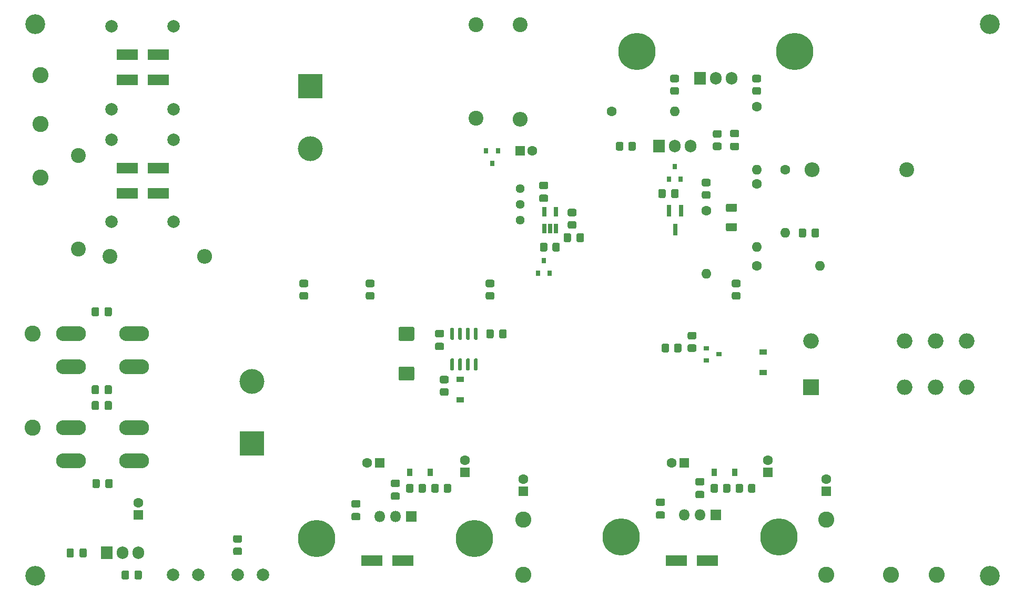
<source format=gbr>
G04 #@! TF.GenerationSoftware,KiCad,Pcbnew,(5.1.9-0-10_14)*
G04 #@! TF.CreationDate,2021-02-21T16:18:30+01:00*
G04 #@! TF.ProjectId,hv-power-supply-v1,68762d70-6f77-4657-922d-737570706c79,rev?*
G04 #@! TF.SameCoordinates,Original*
G04 #@! TF.FileFunction,Soldermask,Top*
G04 #@! TF.FilePolarity,Negative*
%FSLAX46Y46*%
G04 Gerber Fmt 4.6, Leading zero omitted, Abs format (unit mm)*
G04 Created by KiCad (PCBNEW (5.1.9-0-10_14)) date 2021-02-21 16:18:30*
%MOMM*%
%LPD*%
G01*
G04 APERTURE LIST*
%ADD10R,3.500000X1.800000*%
%ADD11O,2.400000X2.400000*%
%ADD12C,2.400000*%
%ADD13O,4.800600X2.400300*%
%ADD14R,0.900000X1.200000*%
%ADD15C,1.600000*%
%ADD16R,1.600000X1.600000*%
%ADD17C,2.000000*%
%ADD18O,1.600000X1.600000*%
%ADD19R,0.650000X1.560000*%
%ADD20O,1.905000X2.000000*%
%ADD21R,1.905000X2.000000*%
%ADD22R,0.800000X1.900000*%
%ADD23C,2.600000*%
%ADD24R,0.800000X0.900000*%
%ADD25C,1.440000*%
%ADD26O,2.500000X2.500000*%
%ADD27R,2.500000X2.500000*%
%ADD28R,1.200000X0.900000*%
%ADD29C,4.000000*%
%ADD30R,4.000000X4.000000*%
%ADD31C,5.999480*%
%ADD32R,1.800000X1.800000*%
%ADD33O,1.800000X1.800000*%
%ADD34R,0.900000X0.800000*%
%ADD35C,3.200000*%
G04 APERTURE END LIST*
D10*
X117775000Y-137056000D03*
X112775000Y-137056000D03*
X166797000Y-137056000D03*
X161797000Y-137056000D03*
D11*
X183604000Y-74064000D03*
D12*
X198844000Y-74064000D03*
D13*
X64351000Y-100480000D03*
X74511000Y-100480000D03*
X74511000Y-120927000D03*
X64351000Y-120927000D03*
X74511000Y-115593000D03*
X64351000Y-115593000D03*
X64351000Y-105814000D03*
X74511000Y-105814000D03*
D14*
X122136000Y-122832000D03*
X118836000Y-122832000D03*
D15*
X127724000Y-120832000D03*
D16*
X127724000Y-122832000D03*
D14*
X171156000Y-122832000D03*
X167856000Y-122832000D03*
D15*
X176492000Y-120832000D03*
D16*
X176492000Y-122832000D03*
D15*
X161030000Y-121308000D03*
D16*
X163030000Y-121308000D03*
G36*
G01*
X102266001Y-92952000D02*
X101365999Y-92952000D01*
G75*
G02*
X101116000Y-92702001I0J249999D01*
G01*
X101116000Y-92001999D01*
G75*
G02*
X101365999Y-91752000I249999J0D01*
G01*
X102266001Y-91752000D01*
G75*
G02*
X102516000Y-92001999I0J-249999D01*
G01*
X102516000Y-92702001D01*
G75*
G02*
X102266001Y-92952000I-249999J0D01*
G01*
G37*
G36*
G01*
X102266001Y-94952000D02*
X101365999Y-94952000D01*
G75*
G02*
X101116000Y-94702001I0J249999D01*
G01*
X101116000Y-94001999D01*
G75*
G02*
X101365999Y-93752000I249999J0D01*
G01*
X102266001Y-93752000D01*
G75*
G02*
X102516000Y-94001999I0J-249999D01*
G01*
X102516000Y-94702001D01*
G75*
G02*
X102266001Y-94952000I-249999J0D01*
G01*
G37*
D11*
X85814000Y-88034000D03*
D12*
X70574000Y-88034000D03*
D10*
X73368000Y-59586000D03*
X78368000Y-59586000D03*
X78368000Y-73810000D03*
X73368000Y-73810000D03*
X78368000Y-77874000D03*
X73368000Y-77874000D03*
X73368000Y-55522000D03*
X78368000Y-55522000D03*
D17*
X70828000Y-69238000D03*
X80828000Y-69238000D03*
X70828000Y-82446000D03*
X80828000Y-82446000D03*
X70828000Y-64285000D03*
X80828000Y-64285000D03*
X70828000Y-50950000D03*
X80828000Y-50950000D03*
G36*
G01*
X125842000Y-101455000D02*
X125542000Y-101455000D01*
G75*
G02*
X125392000Y-101305000I0J150000D01*
G01*
X125392000Y-99655000D01*
G75*
G02*
X125542000Y-99505000I150000J0D01*
G01*
X125842000Y-99505000D01*
G75*
G02*
X125992000Y-99655000I0J-150000D01*
G01*
X125992000Y-101305000D01*
G75*
G02*
X125842000Y-101455000I-150000J0D01*
G01*
G37*
G36*
G01*
X127112000Y-101455000D02*
X126812000Y-101455000D01*
G75*
G02*
X126662000Y-101305000I0J150000D01*
G01*
X126662000Y-99655000D01*
G75*
G02*
X126812000Y-99505000I150000J0D01*
G01*
X127112000Y-99505000D01*
G75*
G02*
X127262000Y-99655000I0J-150000D01*
G01*
X127262000Y-101305000D01*
G75*
G02*
X127112000Y-101455000I-150000J0D01*
G01*
G37*
G36*
G01*
X128382000Y-101455000D02*
X128082000Y-101455000D01*
G75*
G02*
X127932000Y-101305000I0J150000D01*
G01*
X127932000Y-99655000D01*
G75*
G02*
X128082000Y-99505000I150000J0D01*
G01*
X128382000Y-99505000D01*
G75*
G02*
X128532000Y-99655000I0J-150000D01*
G01*
X128532000Y-101305000D01*
G75*
G02*
X128382000Y-101455000I-150000J0D01*
G01*
G37*
G36*
G01*
X129652000Y-101455000D02*
X129352000Y-101455000D01*
G75*
G02*
X129202000Y-101305000I0J150000D01*
G01*
X129202000Y-99655000D01*
G75*
G02*
X129352000Y-99505000I150000J0D01*
G01*
X129652000Y-99505000D01*
G75*
G02*
X129802000Y-99655000I0J-150000D01*
G01*
X129802000Y-101305000D01*
G75*
G02*
X129652000Y-101455000I-150000J0D01*
G01*
G37*
G36*
G01*
X129652000Y-106405000D02*
X129352000Y-106405000D01*
G75*
G02*
X129202000Y-106255000I0J150000D01*
G01*
X129202000Y-104605000D01*
G75*
G02*
X129352000Y-104455000I150000J0D01*
G01*
X129652000Y-104455000D01*
G75*
G02*
X129802000Y-104605000I0J-150000D01*
G01*
X129802000Y-106255000D01*
G75*
G02*
X129652000Y-106405000I-150000J0D01*
G01*
G37*
G36*
G01*
X128382000Y-106405000D02*
X128082000Y-106405000D01*
G75*
G02*
X127932000Y-106255000I0J150000D01*
G01*
X127932000Y-104605000D01*
G75*
G02*
X128082000Y-104455000I150000J0D01*
G01*
X128382000Y-104455000D01*
G75*
G02*
X128532000Y-104605000I0J-150000D01*
G01*
X128532000Y-106255000D01*
G75*
G02*
X128382000Y-106405000I-150000J0D01*
G01*
G37*
G36*
G01*
X127112000Y-106405000D02*
X126812000Y-106405000D01*
G75*
G02*
X126662000Y-106255000I0J150000D01*
G01*
X126662000Y-104605000D01*
G75*
G02*
X126812000Y-104455000I150000J0D01*
G01*
X127112000Y-104455000D01*
G75*
G02*
X127262000Y-104605000I0J-150000D01*
G01*
X127262000Y-106255000D01*
G75*
G02*
X127112000Y-106405000I-150000J0D01*
G01*
G37*
G36*
G01*
X125842000Y-106405000D02*
X125542000Y-106405000D01*
G75*
G02*
X125392000Y-106255000I0J150000D01*
G01*
X125392000Y-104605000D01*
G75*
G02*
X125542000Y-104455000I150000J0D01*
G01*
X125842000Y-104455000D01*
G75*
G02*
X125992000Y-104605000I0J-150000D01*
G01*
X125992000Y-106255000D01*
G75*
G02*
X125842000Y-106405000I-150000J0D01*
G01*
G37*
G36*
G01*
X161956001Y-59932000D02*
X161055999Y-59932000D01*
G75*
G02*
X160806000Y-59682001I0J249999D01*
G01*
X160806000Y-58981999D01*
G75*
G02*
X161055999Y-58732000I249999J0D01*
G01*
X161956001Y-58732000D01*
G75*
G02*
X162206000Y-58981999I0J-249999D01*
G01*
X162206000Y-59682001D01*
G75*
G02*
X161956001Y-59932000I-249999J0D01*
G01*
G37*
G36*
G01*
X161956001Y-61932000D02*
X161055999Y-61932000D01*
G75*
G02*
X160806000Y-61682001I0J249999D01*
G01*
X160806000Y-60981999D01*
G75*
G02*
X161055999Y-60732000I249999J0D01*
G01*
X161956001Y-60732000D01*
G75*
G02*
X162206000Y-60981999I0J-249999D01*
G01*
X162206000Y-61682001D01*
G75*
G02*
X161956001Y-61932000I-249999J0D01*
G01*
G37*
D18*
X166586000Y-90828000D03*
D15*
X166586000Y-80668000D03*
D18*
X161506000Y-64666000D03*
D15*
X151346000Y-64666000D03*
D18*
X174714000Y-74064000D03*
D15*
X174714000Y-63904000D03*
G36*
G01*
X174263999Y-60732000D02*
X175164001Y-60732000D01*
G75*
G02*
X175414000Y-60981999I0J-249999D01*
G01*
X175414000Y-61682001D01*
G75*
G02*
X175164001Y-61932000I-249999J0D01*
G01*
X174263999Y-61932000D01*
G75*
G02*
X174014000Y-61682001I0J249999D01*
G01*
X174014000Y-60981999D01*
G75*
G02*
X174263999Y-60732000I249999J0D01*
G01*
G37*
G36*
G01*
X174263999Y-58732000D02*
X175164001Y-58732000D01*
G75*
G02*
X175414000Y-58981999I0J-249999D01*
G01*
X175414000Y-59682001D01*
G75*
G02*
X175164001Y-59932000I-249999J0D01*
G01*
X174263999Y-59932000D01*
G75*
G02*
X174014000Y-59682001I0J249999D01*
G01*
X174014000Y-58981999D01*
G75*
G02*
X174263999Y-58732000I249999J0D01*
G01*
G37*
G36*
G01*
X169999997Y-82622500D02*
X171300003Y-82622500D01*
G75*
G02*
X171550000Y-82872497I0J-249997D01*
G01*
X171550000Y-83697503D01*
G75*
G02*
X171300003Y-83947500I-249997J0D01*
G01*
X169999997Y-83947500D01*
G75*
G02*
X169750000Y-83697503I0J249997D01*
G01*
X169750000Y-82872497D01*
G75*
G02*
X169999997Y-82622500I249997J0D01*
G01*
G37*
G36*
G01*
X169999997Y-79497500D02*
X171300003Y-79497500D01*
G75*
G02*
X171550000Y-79747497I0J-249997D01*
G01*
X171550000Y-80572503D01*
G75*
G02*
X171300003Y-80822500I-249997J0D01*
G01*
X169999997Y-80822500D01*
G75*
G02*
X169750000Y-80572503I0J249997D01*
G01*
X169750000Y-79747497D01*
G75*
G02*
X169999997Y-79497500I249997J0D01*
G01*
G37*
G36*
G01*
X183567500Y-84699000D02*
X183567500Y-83749000D01*
G75*
G02*
X183817500Y-83499000I250000J0D01*
G01*
X184492500Y-83499000D01*
G75*
G02*
X184742500Y-83749000I0J-250000D01*
G01*
X184742500Y-84699000D01*
G75*
G02*
X184492500Y-84949000I-250000J0D01*
G01*
X183817500Y-84949000D01*
G75*
G02*
X183567500Y-84699000I0J250000D01*
G01*
G37*
G36*
G01*
X181492500Y-84699000D02*
X181492500Y-83749000D01*
G75*
G02*
X181742500Y-83499000I250000J0D01*
G01*
X182417500Y-83499000D01*
G75*
G02*
X182667500Y-83749000I0J-250000D01*
G01*
X182667500Y-84699000D01*
G75*
G02*
X182417500Y-84949000I-250000J0D01*
G01*
X181742500Y-84949000D01*
G75*
G02*
X181492500Y-84699000I0J250000D01*
G01*
G37*
D19*
X140490000Y-80842000D03*
X142390000Y-80842000D03*
X142390000Y-83542000D03*
X141440000Y-83542000D03*
X140490000Y-83542000D03*
D20*
X170650000Y-59332000D03*
X168110000Y-59332000D03*
D21*
X165570000Y-59332000D03*
D22*
X161572000Y-83668000D03*
X160622000Y-80668000D03*
X162522000Y-80668000D03*
D20*
X164046000Y-70254000D03*
X161506000Y-70254000D03*
D21*
X158966000Y-70254000D03*
G36*
G01*
X171862001Y-92952000D02*
X170961999Y-92952000D01*
G75*
G02*
X170712000Y-92702001I0J249999D01*
G01*
X170712000Y-92001999D01*
G75*
G02*
X170961999Y-91752000I249999J0D01*
G01*
X171862001Y-91752000D01*
G75*
G02*
X172112000Y-92001999I0J-249999D01*
G01*
X172112000Y-92702001D01*
G75*
G02*
X171862001Y-92952000I-249999J0D01*
G01*
G37*
G36*
G01*
X171862001Y-94952000D02*
X170961999Y-94952000D01*
G75*
G02*
X170712000Y-94702001I0J249999D01*
G01*
X170712000Y-94001999D01*
G75*
G02*
X170961999Y-93752000I249999J0D01*
G01*
X171862001Y-93752000D01*
G75*
G02*
X172112000Y-94001999I0J-249999D01*
G01*
X172112000Y-94702001D01*
G75*
G02*
X171862001Y-94952000I-249999J0D01*
G01*
G37*
G36*
G01*
X132238001Y-92952000D02*
X131337999Y-92952000D01*
G75*
G02*
X131088000Y-92702001I0J249999D01*
G01*
X131088000Y-92001999D01*
G75*
G02*
X131337999Y-91752000I249999J0D01*
G01*
X132238001Y-91752000D01*
G75*
G02*
X132488000Y-92001999I0J-249999D01*
G01*
X132488000Y-92702001D01*
G75*
G02*
X132238001Y-92952000I-249999J0D01*
G01*
G37*
G36*
G01*
X132238001Y-94952000D02*
X131337999Y-94952000D01*
G75*
G02*
X131088000Y-94702001I0J249999D01*
G01*
X131088000Y-94001999D01*
G75*
G02*
X131337999Y-93752000I249999J0D01*
G01*
X132238001Y-93752000D01*
G75*
G02*
X132488000Y-94001999I0J-249999D01*
G01*
X132488000Y-94702001D01*
G75*
G02*
X132238001Y-94952000I-249999J0D01*
G01*
G37*
G36*
G01*
X112934001Y-92952000D02*
X112033999Y-92952000D01*
G75*
G02*
X111784000Y-92702001I0J249999D01*
G01*
X111784000Y-92001999D01*
G75*
G02*
X112033999Y-91752000I249999J0D01*
G01*
X112934001Y-91752000D01*
G75*
G02*
X113184000Y-92001999I0J-249999D01*
G01*
X113184000Y-92702001D01*
G75*
G02*
X112934001Y-92952000I-249999J0D01*
G01*
G37*
G36*
G01*
X112934001Y-94952000D02*
X112033999Y-94952000D01*
G75*
G02*
X111784000Y-94702001I0J249999D01*
G01*
X111784000Y-94001999D01*
G75*
G02*
X112033999Y-93752000I249999J0D01*
G01*
X112934001Y-93752000D01*
G75*
G02*
X113184000Y-94001999I0J-249999D01*
G01*
X113184000Y-94702001D01*
G75*
G02*
X112934001Y-94952000I-249999J0D01*
G01*
G37*
G36*
G01*
X166135999Y-77496000D02*
X167036001Y-77496000D01*
G75*
G02*
X167286000Y-77745999I0J-249999D01*
G01*
X167286000Y-78446001D01*
G75*
G02*
X167036001Y-78696000I-249999J0D01*
G01*
X166135999Y-78696000D01*
G75*
G02*
X165886000Y-78446001I0J249999D01*
G01*
X165886000Y-77745999D01*
G75*
G02*
X166135999Y-77496000I249999J0D01*
G01*
G37*
G36*
G01*
X166135999Y-75496000D02*
X167036001Y-75496000D01*
G75*
G02*
X167286000Y-75745999I0J-249999D01*
G01*
X167286000Y-76446001D01*
G75*
G02*
X167036001Y-76696000I-249999J0D01*
G01*
X166135999Y-76696000D01*
G75*
G02*
X165886000Y-76446001I0J249999D01*
G01*
X165886000Y-75745999D01*
G75*
G02*
X166135999Y-75496000I249999J0D01*
G01*
G37*
G36*
G01*
X169288000Y-125822001D02*
X169288000Y-124921999D01*
G75*
G02*
X169537999Y-124672000I249999J0D01*
G01*
X170238001Y-124672000D01*
G75*
G02*
X170488000Y-124921999I0J-249999D01*
G01*
X170488000Y-125822001D01*
G75*
G02*
X170238001Y-126072000I-249999J0D01*
G01*
X169537999Y-126072000D01*
G75*
G02*
X169288000Y-125822001I0J249999D01*
G01*
G37*
G36*
G01*
X167288000Y-125822001D02*
X167288000Y-124921999D01*
G75*
G02*
X167537999Y-124672000I249999J0D01*
G01*
X168238001Y-124672000D01*
G75*
G02*
X168488000Y-124921999I0J-249999D01*
G01*
X168488000Y-125822001D01*
G75*
G02*
X168238001Y-126072000I-249999J0D01*
G01*
X167537999Y-126072000D01*
G75*
G02*
X167288000Y-125822001I0J249999D01*
G01*
G37*
G36*
G01*
X120266000Y-125822001D02*
X120266000Y-124921999D01*
G75*
G02*
X120515999Y-124672000I249999J0D01*
G01*
X121216001Y-124672000D01*
G75*
G02*
X121466000Y-124921999I0J-249999D01*
G01*
X121466000Y-125822001D01*
G75*
G02*
X121216001Y-126072000I-249999J0D01*
G01*
X120515999Y-126072000D01*
G75*
G02*
X120266000Y-125822001I0J249999D01*
G01*
G37*
G36*
G01*
X118266000Y-125822001D02*
X118266000Y-124921999D01*
G75*
G02*
X118515999Y-124672000I249999J0D01*
G01*
X119216001Y-124672000D01*
G75*
G02*
X119466000Y-124921999I0J-249999D01*
G01*
X119466000Y-125822001D01*
G75*
G02*
X119216001Y-126072000I-249999J0D01*
G01*
X118515999Y-126072000D01*
G75*
G02*
X118266000Y-125822001I0J249999D01*
G01*
G37*
G36*
G01*
X124330000Y-125822001D02*
X124330000Y-124921999D01*
G75*
G02*
X124579999Y-124672000I249999J0D01*
G01*
X125280001Y-124672000D01*
G75*
G02*
X125530000Y-124921999I0J-249999D01*
G01*
X125530000Y-125822001D01*
G75*
G02*
X125280001Y-126072000I-249999J0D01*
G01*
X124579999Y-126072000D01*
G75*
G02*
X124330000Y-125822001I0J249999D01*
G01*
G37*
G36*
G01*
X122330000Y-125822001D02*
X122330000Y-124921999D01*
G75*
G02*
X122579999Y-124672000I249999J0D01*
G01*
X123280001Y-124672000D01*
G75*
G02*
X123530000Y-124921999I0J-249999D01*
G01*
X123530000Y-125822001D01*
G75*
G02*
X123280001Y-126072000I-249999J0D01*
G01*
X122579999Y-126072000D01*
G75*
G02*
X122330000Y-125822001I0J249999D01*
G01*
G37*
G36*
G01*
X173320000Y-125822001D02*
X173320000Y-124921999D01*
G75*
G02*
X173569999Y-124672000I249999J0D01*
G01*
X174270001Y-124672000D01*
G75*
G02*
X174520000Y-124921999I0J-249999D01*
G01*
X174520000Y-125822001D01*
G75*
G02*
X174270001Y-126072000I-249999J0D01*
G01*
X173569999Y-126072000D01*
G75*
G02*
X173320000Y-125822001I0J249999D01*
G01*
G37*
G36*
G01*
X171320000Y-125822001D02*
X171320000Y-124921999D01*
G75*
G02*
X171569999Y-124672000I249999J0D01*
G01*
X172270001Y-124672000D01*
G75*
G02*
X172520000Y-124921999I0J-249999D01*
G01*
X172520000Y-125822001D01*
G75*
G02*
X172270001Y-126072000I-249999J0D01*
G01*
X171569999Y-126072000D01*
G75*
G02*
X171320000Y-125822001I0J249999D01*
G01*
G37*
G36*
G01*
X90697999Y-134916000D02*
X91598001Y-134916000D01*
G75*
G02*
X91848000Y-135165999I0J-249999D01*
G01*
X91848000Y-135866001D01*
G75*
G02*
X91598001Y-136116000I-249999J0D01*
G01*
X90697999Y-136116000D01*
G75*
G02*
X90448000Y-135866001I0J249999D01*
G01*
X90448000Y-135165999D01*
G75*
G02*
X90697999Y-134916000I249999J0D01*
G01*
G37*
G36*
G01*
X90697999Y-132916000D02*
X91598001Y-132916000D01*
G75*
G02*
X91848000Y-133165999I0J-249999D01*
G01*
X91848000Y-133866001D01*
G75*
G02*
X91598001Y-134116000I-249999J0D01*
G01*
X90697999Y-134116000D01*
G75*
G02*
X90448000Y-133866001I0J249999D01*
G01*
X90448000Y-133165999D01*
G75*
G02*
X90697999Y-132916000I249999J0D01*
G01*
G37*
G36*
G01*
X164750001Y-101366000D02*
X163849999Y-101366000D01*
G75*
G02*
X163600000Y-101116001I0J249999D01*
G01*
X163600000Y-100415999D01*
G75*
G02*
X163849999Y-100166000I249999J0D01*
G01*
X164750001Y-100166000D01*
G75*
G02*
X165000000Y-100415999I0J-249999D01*
G01*
X165000000Y-101116001D01*
G75*
G02*
X164750001Y-101366000I-249999J0D01*
G01*
G37*
G36*
G01*
X164750001Y-103366000D02*
X163849999Y-103366000D01*
G75*
G02*
X163600000Y-103116001I0J249999D01*
G01*
X163600000Y-102415999D01*
G75*
G02*
X163849999Y-102166000I249999J0D01*
G01*
X164750001Y-102166000D01*
G75*
G02*
X165000000Y-102415999I0J-249999D01*
G01*
X165000000Y-103116001D01*
G75*
G02*
X164750001Y-103366000I-249999J0D01*
G01*
G37*
G36*
G01*
X161414000Y-103216001D02*
X161414000Y-102315999D01*
G75*
G02*
X161663999Y-102066000I249999J0D01*
G01*
X162364001Y-102066000D01*
G75*
G02*
X162614000Y-102315999I0J-249999D01*
G01*
X162614000Y-103216001D01*
G75*
G02*
X162364001Y-103466000I-249999J0D01*
G01*
X161663999Y-103466000D01*
G75*
G02*
X161414000Y-103216001I0J249999D01*
G01*
G37*
G36*
G01*
X159414000Y-103216001D02*
X159414000Y-102315999D01*
G75*
G02*
X159663999Y-102066000I249999J0D01*
G01*
X160364001Y-102066000D01*
G75*
G02*
X160614000Y-102315999I0J-249999D01*
G01*
X160614000Y-103216001D01*
G75*
G02*
X160364001Y-103466000I-249999J0D01*
G01*
X159663999Y-103466000D01*
G75*
G02*
X159414000Y-103216001I0J249999D01*
G01*
G37*
G36*
G01*
X123971999Y-109246000D02*
X124872001Y-109246000D01*
G75*
G02*
X125122000Y-109495999I0J-249999D01*
G01*
X125122000Y-110196001D01*
G75*
G02*
X124872001Y-110446000I-249999J0D01*
G01*
X123971999Y-110446000D01*
G75*
G02*
X123722000Y-110196001I0J249999D01*
G01*
X123722000Y-109495999D01*
G75*
G02*
X123971999Y-109246000I249999J0D01*
G01*
G37*
G36*
G01*
X123971999Y-107246000D02*
X124872001Y-107246000D01*
G75*
G02*
X125122000Y-107495999I0J-249999D01*
G01*
X125122000Y-108196001D01*
G75*
G02*
X124872001Y-108446000I-249999J0D01*
G01*
X123971999Y-108446000D01*
G75*
G02*
X123722000Y-108196001I0J249999D01*
G01*
X123722000Y-107495999D01*
G75*
G02*
X123971999Y-107246000I249999J0D01*
G01*
G37*
G36*
G01*
X166045000Y-124900500D02*
X165095000Y-124900500D01*
G75*
G02*
X164845000Y-124650500I0J250000D01*
G01*
X164845000Y-123975500D01*
G75*
G02*
X165095000Y-123725500I250000J0D01*
G01*
X166045000Y-123725500D01*
G75*
G02*
X166295000Y-123975500I0J-250000D01*
G01*
X166295000Y-124650500D01*
G75*
G02*
X166045000Y-124900500I-250000J0D01*
G01*
G37*
G36*
G01*
X166045000Y-126975500D02*
X165095000Y-126975500D01*
G75*
G02*
X164845000Y-126725500I0J250000D01*
G01*
X164845000Y-126050500D01*
G75*
G02*
X165095000Y-125800500I250000J0D01*
G01*
X166045000Y-125800500D01*
G75*
G02*
X166295000Y-126050500I0J-250000D01*
G01*
X166295000Y-126725500D01*
G75*
G02*
X166045000Y-126975500I-250000J0D01*
G01*
G37*
G36*
G01*
X117023000Y-125154500D02*
X116073000Y-125154500D01*
G75*
G02*
X115823000Y-124904500I0J250000D01*
G01*
X115823000Y-124229500D01*
G75*
G02*
X116073000Y-123979500I250000J0D01*
G01*
X117023000Y-123979500D01*
G75*
G02*
X117273000Y-124229500I0J-250000D01*
G01*
X117273000Y-124904500D01*
G75*
G02*
X117023000Y-125154500I-250000J0D01*
G01*
G37*
G36*
G01*
X117023000Y-127229500D02*
X116073000Y-127229500D01*
G75*
G02*
X115823000Y-126979500I0J250000D01*
G01*
X115823000Y-126304500D01*
G75*
G02*
X116073000Y-126054500I250000J0D01*
G01*
X117023000Y-126054500D01*
G75*
G02*
X117273000Y-126304500I0J-250000D01*
G01*
X117273000Y-126979500D01*
G75*
G02*
X117023000Y-127229500I-250000J0D01*
G01*
G37*
G36*
G01*
X159695000Y-128202500D02*
X158745000Y-128202500D01*
G75*
G02*
X158495000Y-127952500I0J250000D01*
G01*
X158495000Y-127277500D01*
G75*
G02*
X158745000Y-127027500I250000J0D01*
G01*
X159695000Y-127027500D01*
G75*
G02*
X159945000Y-127277500I0J-250000D01*
G01*
X159945000Y-127952500D01*
G75*
G02*
X159695000Y-128202500I-250000J0D01*
G01*
G37*
G36*
G01*
X159695000Y-130277500D02*
X158745000Y-130277500D01*
G75*
G02*
X158495000Y-130027500I0J250000D01*
G01*
X158495000Y-129352500D01*
G75*
G02*
X158745000Y-129102500I250000J0D01*
G01*
X159695000Y-129102500D01*
G75*
G02*
X159945000Y-129352500I0J-250000D01*
G01*
X159945000Y-130027500D01*
G75*
G02*
X159695000Y-130277500I-250000J0D01*
G01*
G37*
G36*
G01*
X110673000Y-128456500D02*
X109723000Y-128456500D01*
G75*
G02*
X109473000Y-128206500I0J250000D01*
G01*
X109473000Y-127531500D01*
G75*
G02*
X109723000Y-127281500I250000J0D01*
G01*
X110673000Y-127281500D01*
G75*
G02*
X110923000Y-127531500I0J-250000D01*
G01*
X110923000Y-128206500D01*
G75*
G02*
X110673000Y-128456500I-250000J0D01*
G01*
G37*
G36*
G01*
X110673000Y-130531500D02*
X109723000Y-130531500D01*
G75*
G02*
X109473000Y-130281500I0J250000D01*
G01*
X109473000Y-129606500D01*
G75*
G02*
X109723000Y-129356500I250000J0D01*
G01*
X110673000Y-129356500D01*
G75*
G02*
X110923000Y-129606500I0J-250000D01*
G01*
X110923000Y-130281500D01*
G75*
G02*
X110673000Y-130531500I-250000J0D01*
G01*
G37*
G36*
G01*
X123185000Y-101924500D02*
X124135000Y-101924500D01*
G75*
G02*
X124385000Y-102174500I0J-250000D01*
G01*
X124385000Y-102849500D01*
G75*
G02*
X124135000Y-103099500I-250000J0D01*
G01*
X123185000Y-103099500D01*
G75*
G02*
X122935000Y-102849500I0J250000D01*
G01*
X122935000Y-102174500D01*
G75*
G02*
X123185000Y-101924500I250000J0D01*
G01*
G37*
G36*
G01*
X123185000Y-99849500D02*
X124135000Y-99849500D01*
G75*
G02*
X124385000Y-100099500I0J-250000D01*
G01*
X124385000Y-100774500D01*
G75*
G02*
X124135000Y-101024500I-250000J0D01*
G01*
X123185000Y-101024500D01*
G75*
G02*
X122935000Y-100774500I0J250000D01*
G01*
X122935000Y-100099500D01*
G75*
G02*
X123185000Y-99849500I250000J0D01*
G01*
G37*
G36*
G01*
X133275500Y-100955000D02*
X133275500Y-100005000D01*
G75*
G02*
X133525500Y-99755000I250000J0D01*
G01*
X134200500Y-99755000D01*
G75*
G02*
X134450500Y-100005000I0J-250000D01*
G01*
X134450500Y-100955000D01*
G75*
G02*
X134200500Y-101205000I-250000J0D01*
G01*
X133525500Y-101205000D01*
G75*
G02*
X133275500Y-100955000I0J250000D01*
G01*
G37*
G36*
G01*
X131200500Y-100955000D02*
X131200500Y-100005000D01*
G75*
G02*
X131450500Y-99755000I250000J0D01*
G01*
X132125500Y-99755000D01*
G75*
G02*
X132375500Y-100005000I0J-250000D01*
G01*
X132375500Y-100955000D01*
G75*
G02*
X132125500Y-101205000I-250000J0D01*
G01*
X131450500Y-101205000D01*
G75*
G02*
X131200500Y-100955000I0J250000D01*
G01*
G37*
G36*
G01*
X73658500Y-138867000D02*
X73658500Y-139817000D01*
G75*
G02*
X73408500Y-140067000I-250000J0D01*
G01*
X72733500Y-140067000D01*
G75*
G02*
X72483500Y-139817000I0J250000D01*
G01*
X72483500Y-138867000D01*
G75*
G02*
X72733500Y-138617000I250000J0D01*
G01*
X73408500Y-138617000D01*
G75*
G02*
X73658500Y-138867000I0J-250000D01*
G01*
G37*
G36*
G01*
X75733500Y-138867000D02*
X75733500Y-139817000D01*
G75*
G02*
X75483500Y-140067000I-250000J0D01*
G01*
X74808500Y-140067000D01*
G75*
G02*
X74558500Y-139817000I0J250000D01*
G01*
X74558500Y-138867000D01*
G75*
G02*
X74808500Y-138617000I250000J0D01*
G01*
X75483500Y-138617000D01*
G75*
G02*
X75733500Y-138867000I0J-250000D01*
G01*
G37*
G36*
G01*
X64790000Y-135311000D02*
X64790000Y-136261000D01*
G75*
G02*
X64540000Y-136511000I-250000J0D01*
G01*
X63865000Y-136511000D01*
G75*
G02*
X63615000Y-136261000I0J250000D01*
G01*
X63615000Y-135311000D01*
G75*
G02*
X63865000Y-135061000I250000J0D01*
G01*
X64540000Y-135061000D01*
G75*
G02*
X64790000Y-135311000I0J-250000D01*
G01*
G37*
G36*
G01*
X66865000Y-135311000D02*
X66865000Y-136261000D01*
G75*
G02*
X66615000Y-136511000I-250000J0D01*
G01*
X65940000Y-136511000D01*
G75*
G02*
X65690000Y-136261000I0J250000D01*
G01*
X65690000Y-135311000D01*
G75*
G02*
X65940000Y-135061000I250000J0D01*
G01*
X66615000Y-135061000D01*
G75*
G02*
X66865000Y-135311000I0J-250000D01*
G01*
G37*
D20*
X75146000Y-135786000D03*
X72606000Y-135786000D03*
D21*
X70066000Y-135786000D03*
D23*
X137122000Y-139342000D03*
X137122000Y-130452000D03*
X185890000Y-139342000D03*
X185890000Y-130452000D03*
X58128000Y-100480000D03*
X58128000Y-115593000D03*
X59398000Y-75334000D03*
X59398000Y-66698000D03*
X59398000Y-58824000D03*
D15*
X137122000Y-123880000D03*
D16*
X137122000Y-125880000D03*
D15*
X185890000Y-123880000D03*
D16*
X185890000Y-125880000D03*
D15*
X112008000Y-121308000D03*
D16*
X114008000Y-121308000D03*
G36*
G01*
X117300999Y-105755000D02*
X119351001Y-105755000D01*
G75*
G02*
X119601000Y-106004999I0J-249999D01*
G01*
X119601000Y-107755001D01*
G75*
G02*
X119351001Y-108005000I-249999J0D01*
G01*
X117300999Y-108005000D01*
G75*
G02*
X117051000Y-107755001I0J249999D01*
G01*
X117051000Y-106004999D01*
G75*
G02*
X117300999Y-105755000I249999J0D01*
G01*
G37*
G36*
G01*
X117300999Y-99355000D02*
X119351001Y-99355000D01*
G75*
G02*
X119601000Y-99604999I0J-249999D01*
G01*
X119601000Y-101355001D01*
G75*
G02*
X119351001Y-101605000I-249999J0D01*
G01*
X117300999Y-101605000D01*
G75*
G02*
X117051000Y-101355001I0J249999D01*
G01*
X117051000Y-99604999D01*
G75*
G02*
X117300999Y-99355000I249999J0D01*
G01*
G37*
D15*
X75146000Y-127690000D03*
D16*
X75146000Y-129690000D03*
D24*
X132108000Y-73016000D03*
X131158000Y-71016000D03*
X133058000Y-71016000D03*
D25*
X136614000Y-82192000D03*
X136614000Y-79652000D03*
X136614000Y-77112000D03*
D26*
X183496000Y-101616000D03*
X198496000Y-101616000D03*
X203496000Y-101616000D03*
X208496000Y-101616000D03*
X208496000Y-109116000D03*
X203496000Y-109116000D03*
X198496000Y-109116000D03*
D27*
X183496000Y-109116000D03*
D18*
X179286000Y-84224000D03*
D15*
X179286000Y-74064000D03*
G36*
G01*
X167913999Y-69654000D02*
X168814001Y-69654000D01*
G75*
G02*
X169064000Y-69903999I0J-249999D01*
G01*
X169064000Y-70604001D01*
G75*
G02*
X168814001Y-70854000I-249999J0D01*
G01*
X167913999Y-70854000D01*
G75*
G02*
X167664000Y-70604001I0J249999D01*
G01*
X167664000Y-69903999D01*
G75*
G02*
X167913999Y-69654000I249999J0D01*
G01*
G37*
G36*
G01*
X167913999Y-67654000D02*
X168814001Y-67654000D01*
G75*
G02*
X169064000Y-67903999I0J-249999D01*
G01*
X169064000Y-68604001D01*
G75*
G02*
X168814001Y-68854000I-249999J0D01*
G01*
X167913999Y-68854000D01*
G75*
G02*
X167664000Y-68604001I0J249999D01*
G01*
X167664000Y-67903999D01*
G75*
G02*
X167913999Y-67654000I249999J0D01*
G01*
G37*
G36*
G01*
X141024000Y-86059999D02*
X141024000Y-86960001D01*
G75*
G02*
X140774001Y-87210000I-249999J0D01*
G01*
X140073999Y-87210000D01*
G75*
G02*
X139824000Y-86960001I0J249999D01*
G01*
X139824000Y-86059999D01*
G75*
G02*
X140073999Y-85810000I249999J0D01*
G01*
X140774001Y-85810000D01*
G75*
G02*
X141024000Y-86059999I0J-249999D01*
G01*
G37*
G36*
G01*
X143024000Y-86059999D02*
X143024000Y-86960001D01*
G75*
G02*
X142774001Y-87210000I-249999J0D01*
G01*
X142073999Y-87210000D01*
G75*
G02*
X141824000Y-86960001I0J249999D01*
G01*
X141824000Y-86059999D01*
G75*
G02*
X142073999Y-85810000I249999J0D01*
G01*
X142774001Y-85810000D01*
G75*
G02*
X143024000Y-86059999I0J-249999D01*
G01*
G37*
G36*
G01*
X153248000Y-69803999D02*
X153248000Y-70704001D01*
G75*
G02*
X152998001Y-70954000I-249999J0D01*
G01*
X152297999Y-70954000D01*
G75*
G02*
X152048000Y-70704001I0J249999D01*
G01*
X152048000Y-69803999D01*
G75*
G02*
X152297999Y-69554000I249999J0D01*
G01*
X152998001Y-69554000D01*
G75*
G02*
X153248000Y-69803999I0J-249999D01*
G01*
G37*
G36*
G01*
X155248000Y-69803999D02*
X155248000Y-70704001D01*
G75*
G02*
X154998001Y-70954000I-249999J0D01*
G01*
X154297999Y-70954000D01*
G75*
G02*
X154048000Y-70704001I0J249999D01*
G01*
X154048000Y-69803999D01*
G75*
G02*
X154297999Y-69554000I249999J0D01*
G01*
X154998001Y-69554000D01*
G75*
G02*
X155248000Y-69803999I0J-249999D01*
G01*
G37*
G36*
G01*
X145446001Y-81522000D02*
X144545999Y-81522000D01*
G75*
G02*
X144296000Y-81272001I0J249999D01*
G01*
X144296000Y-80571999D01*
G75*
G02*
X144545999Y-80322000I249999J0D01*
G01*
X145446001Y-80322000D01*
G75*
G02*
X145696000Y-80571999I0J-249999D01*
G01*
X145696000Y-81272001D01*
G75*
G02*
X145446001Y-81522000I-249999J0D01*
G01*
G37*
G36*
G01*
X145446001Y-83522000D02*
X144545999Y-83522000D01*
G75*
G02*
X144296000Y-83272001I0J249999D01*
G01*
X144296000Y-82571999D01*
G75*
G02*
X144545999Y-82322000I249999J0D01*
G01*
X145446001Y-82322000D01*
G75*
G02*
X145696000Y-82571999I0J-249999D01*
G01*
X145696000Y-83272001D01*
G75*
G02*
X145446001Y-83522000I-249999J0D01*
G01*
G37*
D11*
X136614000Y-65936000D03*
D12*
X136614000Y-50696000D03*
D18*
X184874000Y-89558000D03*
D15*
X174714000Y-89558000D03*
D18*
X174714000Y-86510000D03*
D15*
X174714000Y-76350000D03*
D17*
X84798000Y-139342000D03*
X80734000Y-139342000D03*
X95212000Y-139342000D03*
X91148000Y-139342000D03*
D23*
X196304000Y-139342000D03*
X203670000Y-139342000D03*
D28*
X175730000Y-103402000D03*
X175730000Y-106702000D03*
D24*
X161506000Y-73556000D03*
X162456000Y-75556000D03*
X160556000Y-75556000D03*
X140424000Y-88669000D03*
X141374000Y-90669000D03*
X139474000Y-90669000D03*
D28*
X126962000Y-111146000D03*
X126962000Y-107846000D03*
D29*
X93434000Y-108133000D03*
D30*
X93434000Y-118133000D03*
G36*
G01*
X68959500Y-124135000D02*
X68959500Y-125085000D01*
G75*
G02*
X68709500Y-125335000I-250000J0D01*
G01*
X68034500Y-125335000D01*
G75*
G02*
X67784500Y-125085000I0J250000D01*
G01*
X67784500Y-124135000D01*
G75*
G02*
X68034500Y-123885000I250000J0D01*
G01*
X68709500Y-123885000D01*
G75*
G02*
X68959500Y-124135000I0J-250000D01*
G01*
G37*
G36*
G01*
X71034500Y-124135000D02*
X71034500Y-125085000D01*
G75*
G02*
X70784500Y-125335000I-250000J0D01*
G01*
X70109500Y-125335000D01*
G75*
G02*
X69859500Y-125085000I0J250000D01*
G01*
X69859500Y-124135000D01*
G75*
G02*
X70109500Y-123885000I250000J0D01*
G01*
X70784500Y-123885000D01*
G75*
G02*
X71034500Y-124135000I0J-250000D01*
G01*
G37*
G36*
G01*
X69732500Y-112512000D02*
X69732500Y-111562000D01*
G75*
G02*
X69982500Y-111312000I250000J0D01*
G01*
X70657500Y-111312000D01*
G75*
G02*
X70907500Y-111562000I0J-250000D01*
G01*
X70907500Y-112512000D01*
G75*
G02*
X70657500Y-112762000I-250000J0D01*
G01*
X69982500Y-112762000D01*
G75*
G02*
X69732500Y-112512000I0J250000D01*
G01*
G37*
G36*
G01*
X67657500Y-112512000D02*
X67657500Y-111562000D01*
G75*
G02*
X67907500Y-111312000I250000J0D01*
G01*
X68582500Y-111312000D01*
G75*
G02*
X68832500Y-111562000I0J-250000D01*
G01*
X68832500Y-112512000D01*
G75*
G02*
X68582500Y-112762000I-250000J0D01*
G01*
X67907500Y-112762000D01*
G75*
G02*
X67657500Y-112512000I0J250000D01*
G01*
G37*
G36*
G01*
X68832500Y-96449000D02*
X68832500Y-97399000D01*
G75*
G02*
X68582500Y-97649000I-250000J0D01*
G01*
X67907500Y-97649000D01*
G75*
G02*
X67657500Y-97399000I0J250000D01*
G01*
X67657500Y-96449000D01*
G75*
G02*
X67907500Y-96199000I250000J0D01*
G01*
X68582500Y-96199000D01*
G75*
G02*
X68832500Y-96449000I0J-250000D01*
G01*
G37*
G36*
G01*
X70907500Y-96449000D02*
X70907500Y-97399000D01*
G75*
G02*
X70657500Y-97649000I-250000J0D01*
G01*
X69982500Y-97649000D01*
G75*
G02*
X69732500Y-97399000I0J250000D01*
G01*
X69732500Y-96449000D01*
G75*
G02*
X69982500Y-96199000I250000J0D01*
G01*
X70657500Y-96199000D01*
G75*
G02*
X70907500Y-96449000I0J-250000D01*
G01*
G37*
G36*
G01*
X160061500Y-77399000D02*
X160061500Y-78349000D01*
G75*
G02*
X159811500Y-78599000I-250000J0D01*
G01*
X159136500Y-78599000D01*
G75*
G02*
X158886500Y-78349000I0J250000D01*
G01*
X158886500Y-77399000D01*
G75*
G02*
X159136500Y-77149000I250000J0D01*
G01*
X159811500Y-77149000D01*
G75*
G02*
X160061500Y-77399000I0J-250000D01*
G01*
G37*
G36*
G01*
X162136500Y-77399000D02*
X162136500Y-78349000D01*
G75*
G02*
X161886500Y-78599000I-250000J0D01*
G01*
X161211500Y-78599000D01*
G75*
G02*
X160961500Y-78349000I0J250000D01*
G01*
X160961500Y-77399000D01*
G75*
G02*
X161211500Y-77149000I250000J0D01*
G01*
X161886500Y-77149000D01*
G75*
G02*
X162136500Y-77399000I0J-250000D01*
G01*
G37*
D15*
X138614000Y-71016000D03*
D16*
X136614000Y-71016000D03*
G36*
G01*
X171633000Y-68788000D02*
X170683000Y-68788000D01*
G75*
G02*
X170433000Y-68538000I0J250000D01*
G01*
X170433000Y-67863000D01*
G75*
G02*
X170683000Y-67613000I250000J0D01*
G01*
X171633000Y-67613000D01*
G75*
G02*
X171883000Y-67863000I0J-250000D01*
G01*
X171883000Y-68538000D01*
G75*
G02*
X171633000Y-68788000I-250000J0D01*
G01*
G37*
G36*
G01*
X171633000Y-70863000D02*
X170683000Y-70863000D01*
G75*
G02*
X170433000Y-70613000I0J250000D01*
G01*
X170433000Y-69938000D01*
G75*
G02*
X170683000Y-69688000I250000J0D01*
G01*
X171633000Y-69688000D01*
G75*
G02*
X171883000Y-69938000I0J-250000D01*
G01*
X171883000Y-70613000D01*
G75*
G02*
X171633000Y-70863000I-250000J0D01*
G01*
G37*
G36*
G01*
X140899000Y-77148500D02*
X139949000Y-77148500D01*
G75*
G02*
X139699000Y-76898500I0J250000D01*
G01*
X139699000Y-76223500D01*
G75*
G02*
X139949000Y-75973500I250000J0D01*
G01*
X140899000Y-75973500D01*
G75*
G02*
X141149000Y-76223500I0J-250000D01*
G01*
X141149000Y-76898500D01*
G75*
G02*
X140899000Y-77148500I-250000J0D01*
G01*
G37*
G36*
G01*
X140899000Y-79223500D02*
X139949000Y-79223500D01*
G75*
G02*
X139699000Y-78973500I0J250000D01*
G01*
X139699000Y-78298500D01*
G75*
G02*
X139949000Y-78048500I250000J0D01*
G01*
X140899000Y-78048500D01*
G75*
G02*
X141149000Y-78298500I0J-250000D01*
G01*
X141149000Y-78973500D01*
G75*
G02*
X140899000Y-79223500I-250000J0D01*
G01*
G37*
G36*
G01*
X145721500Y-85461000D02*
X145721500Y-84511000D01*
G75*
G02*
X145971500Y-84261000I250000J0D01*
G01*
X146646500Y-84261000D01*
G75*
G02*
X146896500Y-84511000I0J-250000D01*
G01*
X146896500Y-85461000D01*
G75*
G02*
X146646500Y-85711000I-250000J0D01*
G01*
X145971500Y-85711000D01*
G75*
G02*
X145721500Y-85461000I0J250000D01*
G01*
G37*
G36*
G01*
X143646500Y-85461000D02*
X143646500Y-84511000D01*
G75*
G02*
X143896500Y-84261000I250000J0D01*
G01*
X144571500Y-84261000D01*
G75*
G02*
X144821500Y-84511000I0J-250000D01*
G01*
X144821500Y-85461000D01*
G75*
G02*
X144571500Y-85711000I-250000J0D01*
G01*
X143896500Y-85711000D01*
G75*
G02*
X143646500Y-85461000I0J250000D01*
G01*
G37*
D12*
X129502000Y-50696000D03*
X129502000Y-65696000D03*
D29*
X102832000Y-70602000D03*
D30*
X102832000Y-60602000D03*
D12*
X65494000Y-86778000D03*
X65494000Y-71778000D03*
G36*
G01*
X69732500Y-109972000D02*
X69732500Y-109022000D01*
G75*
G02*
X69982500Y-108772000I250000J0D01*
G01*
X70657500Y-108772000D01*
G75*
G02*
X70907500Y-109022000I0J-250000D01*
G01*
X70907500Y-109972000D01*
G75*
G02*
X70657500Y-110222000I-250000J0D01*
G01*
X69982500Y-110222000D01*
G75*
G02*
X69732500Y-109972000I0J250000D01*
G01*
G37*
G36*
G01*
X67657500Y-109972000D02*
X67657500Y-109022000D01*
G75*
G02*
X67907500Y-108772000I250000J0D01*
G01*
X68582500Y-108772000D01*
G75*
G02*
X68832500Y-109022000I0J-250000D01*
G01*
X68832500Y-109972000D01*
G75*
G02*
X68582500Y-110222000I-250000J0D01*
G01*
X67907500Y-110222000D01*
G75*
G02*
X67657500Y-109972000I0J250000D01*
G01*
G37*
D31*
X180810000Y-55014000D03*
X155410000Y-55014000D03*
D32*
X168110000Y-129690000D03*
D33*
X165570000Y-129690000D03*
X163030000Y-129690000D03*
D31*
X178270000Y-133246000D03*
X152870000Y-133246000D03*
X103848000Y-133500000D03*
X129248000Y-133500000D03*
D32*
X119088000Y-129944000D03*
D33*
X116548000Y-129944000D03*
X114008000Y-129944000D03*
D34*
X166602000Y-102832000D03*
X166602000Y-104732000D03*
X168602000Y-103782000D03*
D35*
X212240000Y-139450000D03*
X58600000Y-139450000D03*
X212240000Y-50550000D03*
X58600000Y-50550000D03*
M02*

</source>
